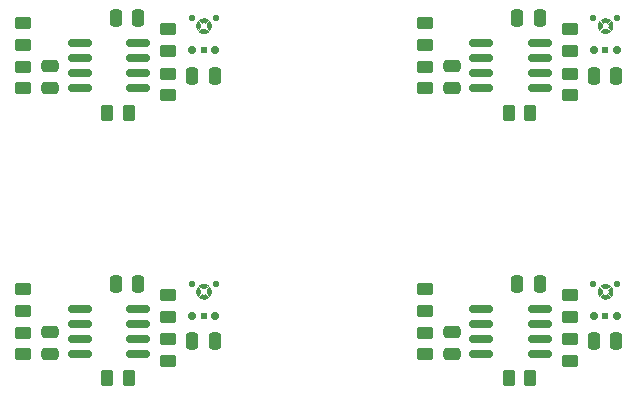
<source format=gbr>
%TF.GenerationSoftware,KiCad,Pcbnew,8.0.8-8.0.8-0~ubuntu24.04.1*%
%TF.CreationDate,2025-02-18T11:40:40+01:00*%
%TF.ProjectId,SPU0410LR5H_panel,53505530-3431-4304-9c52-35485f70616e,rev?*%
%TF.SameCoordinates,Original*%
%TF.FileFunction,Paste,Top*%
%TF.FilePolarity,Positive*%
%FSLAX46Y46*%
G04 Gerber Fmt 4.6, Leading zero omitted, Abs format (unit mm)*
G04 Created by KiCad (PCBNEW 8.0.8-8.0.8-0~ubuntu24.04.1) date 2025-02-18 11:40:40*
%MOMM*%
%LPD*%
G01*
G04 APERTURE LIST*
G04 Aperture macros list*
%AMRoundRect*
0 Rectangle with rounded corners*
0 $1 Rounding radius*
0 $2 $3 $4 $5 $6 $7 $8 $9 X,Y pos of 4 corners*
0 Add a 4 corners polygon primitive as box body*
4,1,4,$2,$3,$4,$5,$6,$7,$8,$9,$2,$3,0*
0 Add four circle primitives for the rounded corners*
1,1,$1+$1,$2,$3*
1,1,$1+$1,$4,$5*
1,1,$1+$1,$6,$7*
1,1,$1+$1,$8,$9*
0 Add four rect primitives between the rounded corners*
20,1,$1+$1,$2,$3,$4,$5,0*
20,1,$1+$1,$4,$5,$6,$7,0*
20,1,$1+$1,$6,$7,$8,$9,0*
20,1,$1+$1,$8,$9,$2,$3,0*%
G04 Aperture macros list end*
%ADD10C,0.001000*%
%ADD11RoundRect,0.250000X0.450000X-0.262500X0.450000X0.262500X-0.450000X0.262500X-0.450000X-0.262500X0*%
%ADD12RoundRect,0.250000X-0.262500X-0.450000X0.262500X-0.450000X0.262500X0.450000X-0.262500X0.450000X0*%
%ADD13RoundRect,0.250000X-0.450000X0.262500X-0.450000X-0.262500X0.450000X-0.262500X0.450000X0.262500X0*%
%ADD14RoundRect,0.250000X-0.250000X-0.475000X0.250000X-0.475000X0.250000X0.475000X-0.250000X0.475000X0*%
%ADD15RoundRect,0.250000X0.475000X-0.250000X0.475000X0.250000X-0.475000X0.250000X-0.475000X-0.250000X0*%
%ADD16RoundRect,0.250000X0.250000X0.475000X-0.250000X0.475000X-0.250000X-0.475000X0.250000X-0.475000X0*%
%ADD17C,0.723000*%
%ADD18C,0.562000*%
%ADD19C,0.612000*%
%ADD20RoundRect,0.150000X-0.825000X-0.150000X0.825000X-0.150000X0.825000X0.150000X-0.825000X0.150000X0*%
G04 APERTURE END LIST*
D10*
%TO.C,U2*%
X97038000Y-45249000D02*
X97032000Y-45259000D01*
X97027000Y-45268000D01*
X97022000Y-45278000D01*
X97017000Y-45288000D01*
X97013000Y-45298000D01*
X97009000Y-45309000D01*
X97006000Y-45319000D01*
X97003000Y-45330000D01*
X97000000Y-45340000D01*
X96998000Y-45351000D01*
X96996000Y-45362000D01*
X96995000Y-45373000D01*
X96994000Y-45384000D01*
X96993000Y-45395000D01*
X96993000Y-45405000D01*
X96993000Y-45416000D01*
X96994000Y-45427000D01*
X96995000Y-45438000D01*
X96996000Y-45449000D01*
X96998000Y-45460000D01*
X97000000Y-45471000D01*
X97003000Y-45481000D01*
X97006000Y-45492000D01*
X97009000Y-45502000D01*
X97013000Y-45513000D01*
X97017000Y-45523000D01*
X97022000Y-45533000D01*
X97027000Y-45543000D01*
X97032000Y-45552000D01*
X97038000Y-45562000D01*
X96820000Y-45780000D01*
X96819875Y-45779559D01*
X96806000Y-45762000D01*
X96791000Y-45740000D01*
X96776000Y-45717000D01*
X96763000Y-45693000D01*
X96750000Y-45669000D01*
X96739000Y-45644000D01*
X96728000Y-45619000D01*
X96719000Y-45593000D01*
X96711000Y-45567000D01*
X96705000Y-45541000D01*
X96699000Y-45514000D01*
X96695000Y-45487000D01*
X96692000Y-45460000D01*
X96690000Y-45433000D01*
X96689000Y-45405000D01*
X96690000Y-45378000D01*
X96692000Y-45351000D01*
X96695000Y-45324000D01*
X96699000Y-45297000D01*
X96705000Y-45270000D01*
X96711000Y-45244000D01*
X96719000Y-45218000D01*
X96728000Y-45192000D01*
X96739000Y-45167000D01*
X96750000Y-45142000D01*
X96763000Y-45118000D01*
X96776000Y-45094000D01*
X96791000Y-45071000D01*
X96806000Y-45049000D01*
X96820000Y-45031000D01*
X97038000Y-45249000D01*
G36*
X97038000Y-45249000D02*
G01*
X97032000Y-45259000D01*
X97027000Y-45268000D01*
X97022000Y-45278000D01*
X97017000Y-45288000D01*
X97013000Y-45298000D01*
X97009000Y-45309000D01*
X97006000Y-45319000D01*
X97003000Y-45330000D01*
X97000000Y-45340000D01*
X96998000Y-45351000D01*
X96996000Y-45362000D01*
X96995000Y-45373000D01*
X96994000Y-45384000D01*
X96993000Y-45395000D01*
X96993000Y-45405000D01*
X96993000Y-45416000D01*
X96994000Y-45427000D01*
X96995000Y-45438000D01*
X96996000Y-45449000D01*
X96998000Y-45460000D01*
X97000000Y-45471000D01*
X97003000Y-45481000D01*
X97006000Y-45492000D01*
X97009000Y-45502000D01*
X97013000Y-45513000D01*
X97017000Y-45523000D01*
X97022000Y-45533000D01*
X97027000Y-45543000D01*
X97032000Y-45552000D01*
X97038000Y-45562000D01*
X96820000Y-45780000D01*
X96819875Y-45779559D01*
X96806000Y-45762000D01*
X96791000Y-45740000D01*
X96776000Y-45717000D01*
X96763000Y-45693000D01*
X96750000Y-45669000D01*
X96739000Y-45644000D01*
X96728000Y-45619000D01*
X96719000Y-45593000D01*
X96711000Y-45567000D01*
X96705000Y-45541000D01*
X96699000Y-45514000D01*
X96695000Y-45487000D01*
X96692000Y-45460000D01*
X96690000Y-45433000D01*
X96689000Y-45405000D01*
X96690000Y-45378000D01*
X96692000Y-45351000D01*
X96695000Y-45324000D01*
X96699000Y-45297000D01*
X96705000Y-45270000D01*
X96711000Y-45244000D01*
X96719000Y-45218000D01*
X96728000Y-45192000D01*
X96739000Y-45167000D01*
X96750000Y-45142000D01*
X96763000Y-45118000D01*
X96776000Y-45094000D01*
X96791000Y-45071000D01*
X96806000Y-45049000D01*
X96820000Y-45031000D01*
X97038000Y-45249000D01*
G37*
X97332000Y-44796000D02*
X97359000Y-44798000D01*
X97386000Y-44801000D01*
X97412000Y-44805000D01*
X97439000Y-44811000D01*
X97465000Y-44818000D01*
X97490000Y-44826000D01*
X97516000Y-44835000D01*
X97541000Y-44845000D01*
X97565000Y-44856000D01*
X97589000Y-44869000D01*
X97612000Y-44882000D01*
X97635000Y-44897000D01*
X97657000Y-44912000D01*
X97674000Y-44925000D01*
X97456000Y-45143000D01*
X97447000Y-45138000D01*
X97437000Y-45132000D01*
X97427000Y-45127000D01*
X97417000Y-45123000D01*
X97407000Y-45119000D01*
X97397000Y-45115000D01*
X97387000Y-45111000D01*
X97376000Y-45108000D01*
X97365000Y-45106000D01*
X97355000Y-45103000D01*
X97344000Y-45102000D01*
X97333000Y-45100000D01*
X97322000Y-45099000D01*
X97311000Y-45099000D01*
X97300000Y-45098000D01*
X97289000Y-45099000D01*
X97278000Y-45099000D01*
X97267000Y-45100000D01*
X97256000Y-45102000D01*
X97245000Y-45103000D01*
X97235000Y-45106000D01*
X97224000Y-45108000D01*
X97213000Y-45111000D01*
X97203000Y-45115000D01*
X97193000Y-45119000D01*
X97183000Y-45123000D01*
X97173000Y-45127000D01*
X97163000Y-45132000D01*
X97153000Y-45138000D01*
X97144000Y-45143000D01*
X96926187Y-44925187D01*
X96952000Y-44906000D01*
X96974000Y-44891000D01*
X96997000Y-44877000D01*
X97020000Y-44864000D01*
X97044000Y-44852000D01*
X97069000Y-44841000D01*
X97094000Y-44831000D01*
X97120000Y-44822000D01*
X97145000Y-44815000D01*
X97172000Y-44809000D01*
X97198000Y-44803000D01*
X97225000Y-44799000D01*
X97251000Y-44797000D01*
X97278000Y-44795000D01*
X97305000Y-44795000D01*
X97332000Y-44796000D01*
G36*
X97332000Y-44796000D02*
G01*
X97359000Y-44798000D01*
X97386000Y-44801000D01*
X97412000Y-44805000D01*
X97439000Y-44811000D01*
X97465000Y-44818000D01*
X97490000Y-44826000D01*
X97516000Y-44835000D01*
X97541000Y-44845000D01*
X97565000Y-44856000D01*
X97589000Y-44869000D01*
X97612000Y-44882000D01*
X97635000Y-44897000D01*
X97657000Y-44912000D01*
X97674000Y-44925000D01*
X97456000Y-45143000D01*
X97447000Y-45138000D01*
X97437000Y-45132000D01*
X97427000Y-45127000D01*
X97417000Y-45123000D01*
X97407000Y-45119000D01*
X97397000Y-45115000D01*
X97387000Y-45111000D01*
X97376000Y-45108000D01*
X97365000Y-45106000D01*
X97355000Y-45103000D01*
X97344000Y-45102000D01*
X97333000Y-45100000D01*
X97322000Y-45099000D01*
X97311000Y-45099000D01*
X97300000Y-45098000D01*
X97289000Y-45099000D01*
X97278000Y-45099000D01*
X97267000Y-45100000D01*
X97256000Y-45102000D01*
X97245000Y-45103000D01*
X97235000Y-45106000D01*
X97224000Y-45108000D01*
X97213000Y-45111000D01*
X97203000Y-45115000D01*
X97193000Y-45119000D01*
X97183000Y-45123000D01*
X97173000Y-45127000D01*
X97163000Y-45132000D01*
X97153000Y-45138000D01*
X97144000Y-45143000D01*
X96926187Y-44925187D01*
X96952000Y-44906000D01*
X96974000Y-44891000D01*
X96997000Y-44877000D01*
X97020000Y-44864000D01*
X97044000Y-44852000D01*
X97069000Y-44841000D01*
X97094000Y-44831000D01*
X97120000Y-44822000D01*
X97145000Y-44815000D01*
X97172000Y-44809000D01*
X97198000Y-44803000D01*
X97225000Y-44799000D01*
X97251000Y-44797000D01*
X97278000Y-44795000D01*
X97305000Y-44795000D01*
X97332000Y-44796000D01*
G37*
X96926187Y-44925187D02*
X96925941Y-44925370D01*
X96926000Y-44925000D01*
X96926187Y-44925187D01*
G36*
X96926187Y-44925187D02*
G01*
X96925941Y-44925370D01*
X96926000Y-44925000D01*
X96926187Y-44925187D01*
G37*
X97673815Y-45885815D02*
X97657000Y-45899000D01*
X97635000Y-45914000D01*
X97612000Y-45929000D01*
X97589000Y-45942000D01*
X97565000Y-45955000D01*
X97541000Y-45966000D01*
X97516000Y-45976000D01*
X97490000Y-45985000D01*
X97465000Y-45993000D01*
X97439000Y-46000000D01*
X97412000Y-46006000D01*
X97386000Y-46010000D01*
X97359000Y-46013000D01*
X97332000Y-46015000D01*
X97305000Y-46016000D01*
X97278000Y-46016000D01*
X97251000Y-46014000D01*
X97225000Y-46012000D01*
X97198000Y-46008000D01*
X97172000Y-46002000D01*
X97145000Y-45996000D01*
X97120000Y-45989000D01*
X97094000Y-45980000D01*
X97069000Y-45970000D01*
X97044000Y-45959000D01*
X97020000Y-45947000D01*
X96997000Y-45934000D01*
X96974000Y-45920000D01*
X96952000Y-45905000D01*
X96926000Y-45886000D01*
X97144000Y-45668000D01*
X97153000Y-45673000D01*
X97163000Y-45679000D01*
X97173000Y-45684000D01*
X97183000Y-45688000D01*
X97193000Y-45692000D01*
X97203000Y-45696000D01*
X97213000Y-45700000D01*
X97224000Y-45703000D01*
X97235000Y-45705000D01*
X97245000Y-45708000D01*
X97256000Y-45709000D01*
X97267000Y-45711000D01*
X97278000Y-45712000D01*
X97289000Y-45712000D01*
X97300000Y-45713000D01*
X97311000Y-45712000D01*
X97322000Y-45712000D01*
X97333000Y-45711000D01*
X97344000Y-45709000D01*
X97355000Y-45708000D01*
X97365000Y-45705000D01*
X97376000Y-45703000D01*
X97387000Y-45700000D01*
X97397000Y-45696000D01*
X97407000Y-45692000D01*
X97417000Y-45688000D01*
X97427000Y-45684000D01*
X97437000Y-45679000D01*
X97447000Y-45673000D01*
X97456000Y-45668000D01*
X97673815Y-45885815D01*
G36*
X97673815Y-45885815D02*
G01*
X97657000Y-45899000D01*
X97635000Y-45914000D01*
X97612000Y-45929000D01*
X97589000Y-45942000D01*
X97565000Y-45955000D01*
X97541000Y-45966000D01*
X97516000Y-45976000D01*
X97490000Y-45985000D01*
X97465000Y-45993000D01*
X97439000Y-46000000D01*
X97412000Y-46006000D01*
X97386000Y-46010000D01*
X97359000Y-46013000D01*
X97332000Y-46015000D01*
X97305000Y-46016000D01*
X97278000Y-46016000D01*
X97251000Y-46014000D01*
X97225000Y-46012000D01*
X97198000Y-46008000D01*
X97172000Y-46002000D01*
X97145000Y-45996000D01*
X97120000Y-45989000D01*
X97094000Y-45980000D01*
X97069000Y-45970000D01*
X97044000Y-45959000D01*
X97020000Y-45947000D01*
X96997000Y-45934000D01*
X96974000Y-45920000D01*
X96952000Y-45905000D01*
X96926000Y-45886000D01*
X97144000Y-45668000D01*
X97153000Y-45673000D01*
X97163000Y-45679000D01*
X97173000Y-45684000D01*
X97183000Y-45688000D01*
X97193000Y-45692000D01*
X97203000Y-45696000D01*
X97213000Y-45700000D01*
X97224000Y-45703000D01*
X97235000Y-45705000D01*
X97245000Y-45708000D01*
X97256000Y-45709000D01*
X97267000Y-45711000D01*
X97278000Y-45712000D01*
X97289000Y-45712000D01*
X97300000Y-45713000D01*
X97311000Y-45712000D01*
X97322000Y-45712000D01*
X97333000Y-45711000D01*
X97344000Y-45709000D01*
X97355000Y-45708000D01*
X97365000Y-45705000D01*
X97376000Y-45703000D01*
X97387000Y-45700000D01*
X97397000Y-45696000D01*
X97407000Y-45692000D01*
X97417000Y-45688000D01*
X97427000Y-45684000D01*
X97437000Y-45679000D01*
X97447000Y-45673000D01*
X97456000Y-45668000D01*
X97673815Y-45885815D01*
G37*
X97674000Y-45886000D02*
X97673815Y-45885815D01*
X97674059Y-45885625D01*
X97674000Y-45886000D01*
G36*
X97674000Y-45886000D02*
G01*
X97673815Y-45885815D01*
X97674059Y-45885625D01*
X97674000Y-45886000D01*
G37*
X97780125Y-45031440D02*
X97799000Y-45057000D01*
X97814000Y-45079000D01*
X97828000Y-45101000D01*
X97841000Y-45125000D01*
X97853000Y-45148000D01*
X97864000Y-45173000D01*
X97874000Y-45197000D01*
X97882000Y-45222000D01*
X97890000Y-45248000D01*
X97896000Y-45274000D01*
X97901000Y-45300000D01*
X97905000Y-45326000D01*
X97908000Y-45352000D01*
X97910000Y-45379000D01*
X97911000Y-45405000D01*
X97910000Y-45432000D01*
X97908000Y-45459000D01*
X97905000Y-45485000D01*
X97901000Y-45511000D01*
X97896000Y-45537000D01*
X97890000Y-45563000D01*
X97882000Y-45589000D01*
X97874000Y-45614000D01*
X97864000Y-45638000D01*
X97853000Y-45663000D01*
X97841000Y-45686000D01*
X97828000Y-45710000D01*
X97814000Y-45732000D01*
X97799000Y-45754000D01*
X97780000Y-45780000D01*
X97562000Y-45562000D01*
X97568000Y-45552000D01*
X97573000Y-45543000D01*
X97578000Y-45533000D01*
X97583000Y-45523000D01*
X97587000Y-45513000D01*
X97591000Y-45502000D01*
X97594000Y-45492000D01*
X97597000Y-45481000D01*
X97600000Y-45471000D01*
X97602000Y-45460000D01*
X97604000Y-45449000D01*
X97605000Y-45438000D01*
X97606000Y-45427000D01*
X97607000Y-45416000D01*
X97607000Y-45405000D01*
X97607000Y-45395000D01*
X97606000Y-45384000D01*
X97605000Y-45373000D01*
X97604000Y-45362000D01*
X97602000Y-45351000D01*
X97600000Y-45340000D01*
X97597000Y-45330000D01*
X97594000Y-45319000D01*
X97591000Y-45309000D01*
X97587000Y-45298000D01*
X97583000Y-45288000D01*
X97578000Y-45278000D01*
X97573000Y-45268000D01*
X97568000Y-45259000D01*
X97562000Y-45249000D01*
X97780000Y-45031000D01*
X97780125Y-45031440D01*
G36*
X97780125Y-45031440D02*
G01*
X97799000Y-45057000D01*
X97814000Y-45079000D01*
X97828000Y-45101000D01*
X97841000Y-45125000D01*
X97853000Y-45148000D01*
X97864000Y-45173000D01*
X97874000Y-45197000D01*
X97882000Y-45222000D01*
X97890000Y-45248000D01*
X97896000Y-45274000D01*
X97901000Y-45300000D01*
X97905000Y-45326000D01*
X97908000Y-45352000D01*
X97910000Y-45379000D01*
X97911000Y-45405000D01*
X97910000Y-45432000D01*
X97908000Y-45459000D01*
X97905000Y-45485000D01*
X97901000Y-45511000D01*
X97896000Y-45537000D01*
X97890000Y-45563000D01*
X97882000Y-45589000D01*
X97874000Y-45614000D01*
X97864000Y-45638000D01*
X97853000Y-45663000D01*
X97841000Y-45686000D01*
X97828000Y-45710000D01*
X97814000Y-45732000D01*
X97799000Y-45754000D01*
X97780000Y-45780000D01*
X97562000Y-45562000D01*
X97568000Y-45552000D01*
X97573000Y-45543000D01*
X97578000Y-45533000D01*
X97583000Y-45523000D01*
X97587000Y-45513000D01*
X97591000Y-45502000D01*
X97594000Y-45492000D01*
X97597000Y-45481000D01*
X97600000Y-45471000D01*
X97602000Y-45460000D01*
X97604000Y-45449000D01*
X97605000Y-45438000D01*
X97606000Y-45427000D01*
X97607000Y-45416000D01*
X97607000Y-45405000D01*
X97607000Y-45395000D01*
X97606000Y-45384000D01*
X97605000Y-45373000D01*
X97604000Y-45362000D01*
X97602000Y-45351000D01*
X97600000Y-45340000D01*
X97597000Y-45330000D01*
X97594000Y-45319000D01*
X97591000Y-45309000D01*
X97587000Y-45298000D01*
X97583000Y-45288000D01*
X97578000Y-45278000D01*
X97573000Y-45268000D01*
X97568000Y-45259000D01*
X97562000Y-45249000D01*
X97780000Y-45031000D01*
X97780125Y-45031440D01*
G37*
X97038000Y-22749000D02*
X97032000Y-22759000D01*
X97027000Y-22768000D01*
X97022000Y-22778000D01*
X97017000Y-22788000D01*
X97013000Y-22798000D01*
X97009000Y-22809000D01*
X97006000Y-22819000D01*
X97003000Y-22830000D01*
X97000000Y-22840000D01*
X96998000Y-22851000D01*
X96996000Y-22862000D01*
X96995000Y-22873000D01*
X96994000Y-22884000D01*
X96993000Y-22895000D01*
X96993000Y-22905000D01*
X96993000Y-22916000D01*
X96994000Y-22927000D01*
X96995000Y-22938000D01*
X96996000Y-22949000D01*
X96998000Y-22960000D01*
X97000000Y-22971000D01*
X97003000Y-22981000D01*
X97006000Y-22992000D01*
X97009000Y-23002000D01*
X97013000Y-23013000D01*
X97017000Y-23023000D01*
X97022000Y-23033000D01*
X97027000Y-23043000D01*
X97032000Y-23052000D01*
X97038000Y-23062000D01*
X96820000Y-23280000D01*
X96819875Y-23279559D01*
X96806000Y-23262000D01*
X96791000Y-23240000D01*
X96776000Y-23217000D01*
X96763000Y-23193000D01*
X96750000Y-23169000D01*
X96739000Y-23144000D01*
X96728000Y-23119000D01*
X96719000Y-23093000D01*
X96711000Y-23067000D01*
X96705000Y-23041000D01*
X96699000Y-23014000D01*
X96695000Y-22987000D01*
X96692000Y-22960000D01*
X96690000Y-22933000D01*
X96689000Y-22905000D01*
X96690000Y-22878000D01*
X96692000Y-22851000D01*
X96695000Y-22824000D01*
X96699000Y-22797000D01*
X96705000Y-22770000D01*
X96711000Y-22744000D01*
X96719000Y-22718000D01*
X96728000Y-22692000D01*
X96739000Y-22667000D01*
X96750000Y-22642000D01*
X96763000Y-22618000D01*
X96776000Y-22594000D01*
X96791000Y-22571000D01*
X96806000Y-22549000D01*
X96820000Y-22531000D01*
X97038000Y-22749000D01*
G36*
X97038000Y-22749000D02*
G01*
X97032000Y-22759000D01*
X97027000Y-22768000D01*
X97022000Y-22778000D01*
X97017000Y-22788000D01*
X97013000Y-22798000D01*
X97009000Y-22809000D01*
X97006000Y-22819000D01*
X97003000Y-22830000D01*
X97000000Y-22840000D01*
X96998000Y-22851000D01*
X96996000Y-22862000D01*
X96995000Y-22873000D01*
X96994000Y-22884000D01*
X96993000Y-22895000D01*
X96993000Y-22905000D01*
X96993000Y-22916000D01*
X96994000Y-22927000D01*
X96995000Y-22938000D01*
X96996000Y-22949000D01*
X96998000Y-22960000D01*
X97000000Y-22971000D01*
X97003000Y-22981000D01*
X97006000Y-22992000D01*
X97009000Y-23002000D01*
X97013000Y-23013000D01*
X97017000Y-23023000D01*
X97022000Y-23033000D01*
X97027000Y-23043000D01*
X97032000Y-23052000D01*
X97038000Y-23062000D01*
X96820000Y-23280000D01*
X96819875Y-23279559D01*
X96806000Y-23262000D01*
X96791000Y-23240000D01*
X96776000Y-23217000D01*
X96763000Y-23193000D01*
X96750000Y-23169000D01*
X96739000Y-23144000D01*
X96728000Y-23119000D01*
X96719000Y-23093000D01*
X96711000Y-23067000D01*
X96705000Y-23041000D01*
X96699000Y-23014000D01*
X96695000Y-22987000D01*
X96692000Y-22960000D01*
X96690000Y-22933000D01*
X96689000Y-22905000D01*
X96690000Y-22878000D01*
X96692000Y-22851000D01*
X96695000Y-22824000D01*
X96699000Y-22797000D01*
X96705000Y-22770000D01*
X96711000Y-22744000D01*
X96719000Y-22718000D01*
X96728000Y-22692000D01*
X96739000Y-22667000D01*
X96750000Y-22642000D01*
X96763000Y-22618000D01*
X96776000Y-22594000D01*
X96791000Y-22571000D01*
X96806000Y-22549000D01*
X96820000Y-22531000D01*
X97038000Y-22749000D01*
G37*
X97332000Y-22296000D02*
X97359000Y-22298000D01*
X97386000Y-22301000D01*
X97412000Y-22305000D01*
X97439000Y-22311000D01*
X97465000Y-22318000D01*
X97490000Y-22326000D01*
X97516000Y-22335000D01*
X97541000Y-22345000D01*
X97565000Y-22356000D01*
X97589000Y-22369000D01*
X97612000Y-22382000D01*
X97635000Y-22397000D01*
X97657000Y-22412000D01*
X97674000Y-22425000D01*
X97456000Y-22643000D01*
X97447000Y-22638000D01*
X97437000Y-22632000D01*
X97427000Y-22627000D01*
X97417000Y-22623000D01*
X97407000Y-22619000D01*
X97397000Y-22615000D01*
X97387000Y-22611000D01*
X97376000Y-22608000D01*
X97365000Y-22606000D01*
X97355000Y-22603000D01*
X97344000Y-22602000D01*
X97333000Y-22600000D01*
X97322000Y-22599000D01*
X97311000Y-22599000D01*
X97300000Y-22598000D01*
X97289000Y-22599000D01*
X97278000Y-22599000D01*
X97267000Y-22600000D01*
X97256000Y-22602000D01*
X97245000Y-22603000D01*
X97235000Y-22606000D01*
X97224000Y-22608000D01*
X97213000Y-22611000D01*
X97203000Y-22615000D01*
X97193000Y-22619000D01*
X97183000Y-22623000D01*
X97173000Y-22627000D01*
X97163000Y-22632000D01*
X97153000Y-22638000D01*
X97144000Y-22643000D01*
X96926187Y-22425187D01*
X96952000Y-22406000D01*
X96974000Y-22391000D01*
X96997000Y-22377000D01*
X97020000Y-22364000D01*
X97044000Y-22352000D01*
X97069000Y-22341000D01*
X97094000Y-22331000D01*
X97120000Y-22322000D01*
X97145000Y-22315000D01*
X97172000Y-22309000D01*
X97198000Y-22303000D01*
X97225000Y-22299000D01*
X97251000Y-22297000D01*
X97278000Y-22295000D01*
X97305000Y-22295000D01*
X97332000Y-22296000D01*
G36*
X97332000Y-22296000D02*
G01*
X97359000Y-22298000D01*
X97386000Y-22301000D01*
X97412000Y-22305000D01*
X97439000Y-22311000D01*
X97465000Y-22318000D01*
X97490000Y-22326000D01*
X97516000Y-22335000D01*
X97541000Y-22345000D01*
X97565000Y-22356000D01*
X97589000Y-22369000D01*
X97612000Y-22382000D01*
X97635000Y-22397000D01*
X97657000Y-22412000D01*
X97674000Y-22425000D01*
X97456000Y-22643000D01*
X97447000Y-22638000D01*
X97437000Y-22632000D01*
X97427000Y-22627000D01*
X97417000Y-22623000D01*
X97407000Y-22619000D01*
X97397000Y-22615000D01*
X97387000Y-22611000D01*
X97376000Y-22608000D01*
X97365000Y-22606000D01*
X97355000Y-22603000D01*
X97344000Y-22602000D01*
X97333000Y-22600000D01*
X97322000Y-22599000D01*
X97311000Y-22599000D01*
X97300000Y-22598000D01*
X97289000Y-22599000D01*
X97278000Y-22599000D01*
X97267000Y-22600000D01*
X97256000Y-22602000D01*
X97245000Y-22603000D01*
X97235000Y-22606000D01*
X97224000Y-22608000D01*
X97213000Y-22611000D01*
X97203000Y-22615000D01*
X97193000Y-22619000D01*
X97183000Y-22623000D01*
X97173000Y-22627000D01*
X97163000Y-22632000D01*
X97153000Y-22638000D01*
X97144000Y-22643000D01*
X96926187Y-22425187D01*
X96952000Y-22406000D01*
X96974000Y-22391000D01*
X96997000Y-22377000D01*
X97020000Y-22364000D01*
X97044000Y-22352000D01*
X97069000Y-22341000D01*
X97094000Y-22331000D01*
X97120000Y-22322000D01*
X97145000Y-22315000D01*
X97172000Y-22309000D01*
X97198000Y-22303000D01*
X97225000Y-22299000D01*
X97251000Y-22297000D01*
X97278000Y-22295000D01*
X97305000Y-22295000D01*
X97332000Y-22296000D01*
G37*
X96926187Y-22425187D02*
X96925941Y-22425370D01*
X96926000Y-22425000D01*
X96926187Y-22425187D01*
G36*
X96926187Y-22425187D02*
G01*
X96925941Y-22425370D01*
X96926000Y-22425000D01*
X96926187Y-22425187D01*
G37*
X97673815Y-23385815D02*
X97657000Y-23399000D01*
X97635000Y-23414000D01*
X97612000Y-23429000D01*
X97589000Y-23442000D01*
X97565000Y-23455000D01*
X97541000Y-23466000D01*
X97516000Y-23476000D01*
X97490000Y-23485000D01*
X97465000Y-23493000D01*
X97439000Y-23500000D01*
X97412000Y-23506000D01*
X97386000Y-23510000D01*
X97359000Y-23513000D01*
X97332000Y-23515000D01*
X97305000Y-23516000D01*
X97278000Y-23516000D01*
X97251000Y-23514000D01*
X97225000Y-23512000D01*
X97198000Y-23508000D01*
X97172000Y-23502000D01*
X97145000Y-23496000D01*
X97120000Y-23489000D01*
X97094000Y-23480000D01*
X97069000Y-23470000D01*
X97044000Y-23459000D01*
X97020000Y-23447000D01*
X96997000Y-23434000D01*
X96974000Y-23420000D01*
X96952000Y-23405000D01*
X96926000Y-23386000D01*
X97144000Y-23168000D01*
X97153000Y-23173000D01*
X97163000Y-23179000D01*
X97173000Y-23184000D01*
X97183000Y-23188000D01*
X97193000Y-23192000D01*
X97203000Y-23196000D01*
X97213000Y-23200000D01*
X97224000Y-23203000D01*
X97235000Y-23205000D01*
X97245000Y-23208000D01*
X97256000Y-23209000D01*
X97267000Y-23211000D01*
X97278000Y-23212000D01*
X97289000Y-23212000D01*
X97300000Y-23213000D01*
X97311000Y-23212000D01*
X97322000Y-23212000D01*
X97333000Y-23211000D01*
X97344000Y-23209000D01*
X97355000Y-23208000D01*
X97365000Y-23205000D01*
X97376000Y-23203000D01*
X97387000Y-23200000D01*
X97397000Y-23196000D01*
X97407000Y-23192000D01*
X97417000Y-23188000D01*
X97427000Y-23184000D01*
X97437000Y-23179000D01*
X97447000Y-23173000D01*
X97456000Y-23168000D01*
X97673815Y-23385815D01*
G36*
X97673815Y-23385815D02*
G01*
X97657000Y-23399000D01*
X97635000Y-23414000D01*
X97612000Y-23429000D01*
X97589000Y-23442000D01*
X97565000Y-23455000D01*
X97541000Y-23466000D01*
X97516000Y-23476000D01*
X97490000Y-23485000D01*
X97465000Y-23493000D01*
X97439000Y-23500000D01*
X97412000Y-23506000D01*
X97386000Y-23510000D01*
X97359000Y-23513000D01*
X97332000Y-23515000D01*
X97305000Y-23516000D01*
X97278000Y-23516000D01*
X97251000Y-23514000D01*
X97225000Y-23512000D01*
X97198000Y-23508000D01*
X97172000Y-23502000D01*
X97145000Y-23496000D01*
X97120000Y-23489000D01*
X97094000Y-23480000D01*
X97069000Y-23470000D01*
X97044000Y-23459000D01*
X97020000Y-23447000D01*
X96997000Y-23434000D01*
X96974000Y-23420000D01*
X96952000Y-23405000D01*
X96926000Y-23386000D01*
X97144000Y-23168000D01*
X97153000Y-23173000D01*
X97163000Y-23179000D01*
X97173000Y-23184000D01*
X97183000Y-23188000D01*
X97193000Y-23192000D01*
X97203000Y-23196000D01*
X97213000Y-23200000D01*
X97224000Y-23203000D01*
X97235000Y-23205000D01*
X97245000Y-23208000D01*
X97256000Y-23209000D01*
X97267000Y-23211000D01*
X97278000Y-23212000D01*
X97289000Y-23212000D01*
X97300000Y-23213000D01*
X97311000Y-23212000D01*
X97322000Y-23212000D01*
X97333000Y-23211000D01*
X97344000Y-23209000D01*
X97355000Y-23208000D01*
X97365000Y-23205000D01*
X97376000Y-23203000D01*
X97387000Y-23200000D01*
X97397000Y-23196000D01*
X97407000Y-23192000D01*
X97417000Y-23188000D01*
X97427000Y-23184000D01*
X97437000Y-23179000D01*
X97447000Y-23173000D01*
X97456000Y-23168000D01*
X97673815Y-23385815D01*
G37*
X97674000Y-23386000D02*
X97673815Y-23385815D01*
X97674059Y-23385625D01*
X97674000Y-23386000D01*
G36*
X97674000Y-23386000D02*
G01*
X97673815Y-23385815D01*
X97674059Y-23385625D01*
X97674000Y-23386000D01*
G37*
X97780125Y-22531440D02*
X97799000Y-22557000D01*
X97814000Y-22579000D01*
X97828000Y-22601000D01*
X97841000Y-22625000D01*
X97853000Y-22648000D01*
X97864000Y-22673000D01*
X97874000Y-22697000D01*
X97882000Y-22722000D01*
X97890000Y-22748000D01*
X97896000Y-22774000D01*
X97901000Y-22800000D01*
X97905000Y-22826000D01*
X97908000Y-22852000D01*
X97910000Y-22879000D01*
X97911000Y-22905000D01*
X97910000Y-22932000D01*
X97908000Y-22959000D01*
X97905000Y-22985000D01*
X97901000Y-23011000D01*
X97896000Y-23037000D01*
X97890000Y-23063000D01*
X97882000Y-23089000D01*
X97874000Y-23114000D01*
X97864000Y-23138000D01*
X97853000Y-23163000D01*
X97841000Y-23186000D01*
X97828000Y-23210000D01*
X97814000Y-23232000D01*
X97799000Y-23254000D01*
X97780000Y-23280000D01*
X97562000Y-23062000D01*
X97568000Y-23052000D01*
X97573000Y-23043000D01*
X97578000Y-23033000D01*
X97583000Y-23023000D01*
X97587000Y-23013000D01*
X97591000Y-23002000D01*
X97594000Y-22992000D01*
X97597000Y-22981000D01*
X97600000Y-22971000D01*
X97602000Y-22960000D01*
X97604000Y-22949000D01*
X97605000Y-22938000D01*
X97606000Y-22927000D01*
X97607000Y-22916000D01*
X97607000Y-22905000D01*
X97607000Y-22895000D01*
X97606000Y-22884000D01*
X97605000Y-22873000D01*
X97604000Y-22862000D01*
X97602000Y-22851000D01*
X97600000Y-22840000D01*
X97597000Y-22830000D01*
X97594000Y-22819000D01*
X97591000Y-22809000D01*
X97587000Y-22798000D01*
X97583000Y-22788000D01*
X97578000Y-22778000D01*
X97573000Y-22768000D01*
X97568000Y-22759000D01*
X97562000Y-22749000D01*
X97780000Y-22531000D01*
X97780125Y-22531440D01*
G36*
X97780125Y-22531440D02*
G01*
X97799000Y-22557000D01*
X97814000Y-22579000D01*
X97828000Y-22601000D01*
X97841000Y-22625000D01*
X97853000Y-22648000D01*
X97864000Y-22673000D01*
X97874000Y-22697000D01*
X97882000Y-22722000D01*
X97890000Y-22748000D01*
X97896000Y-22774000D01*
X97901000Y-22800000D01*
X97905000Y-22826000D01*
X97908000Y-22852000D01*
X97910000Y-22879000D01*
X97911000Y-22905000D01*
X97910000Y-22932000D01*
X97908000Y-22959000D01*
X97905000Y-22985000D01*
X97901000Y-23011000D01*
X97896000Y-23037000D01*
X97890000Y-23063000D01*
X97882000Y-23089000D01*
X97874000Y-23114000D01*
X97864000Y-23138000D01*
X97853000Y-23163000D01*
X97841000Y-23186000D01*
X97828000Y-23210000D01*
X97814000Y-23232000D01*
X97799000Y-23254000D01*
X97780000Y-23280000D01*
X97562000Y-23062000D01*
X97568000Y-23052000D01*
X97573000Y-23043000D01*
X97578000Y-23033000D01*
X97583000Y-23023000D01*
X97587000Y-23013000D01*
X97591000Y-23002000D01*
X97594000Y-22992000D01*
X97597000Y-22981000D01*
X97600000Y-22971000D01*
X97602000Y-22960000D01*
X97604000Y-22949000D01*
X97605000Y-22938000D01*
X97606000Y-22927000D01*
X97607000Y-22916000D01*
X97607000Y-22905000D01*
X97607000Y-22895000D01*
X97606000Y-22884000D01*
X97605000Y-22873000D01*
X97604000Y-22862000D01*
X97602000Y-22851000D01*
X97600000Y-22840000D01*
X97597000Y-22830000D01*
X97594000Y-22819000D01*
X97591000Y-22809000D01*
X97587000Y-22798000D01*
X97583000Y-22788000D01*
X97578000Y-22778000D01*
X97573000Y-22768000D01*
X97568000Y-22759000D01*
X97562000Y-22749000D01*
X97780000Y-22531000D01*
X97780125Y-22531440D01*
G37*
X131038000Y-22749000D02*
X131032000Y-22759000D01*
X131027000Y-22768000D01*
X131022000Y-22778000D01*
X131017000Y-22788000D01*
X131013000Y-22798000D01*
X131009000Y-22809000D01*
X131006000Y-22819000D01*
X131003000Y-22830000D01*
X131000000Y-22840000D01*
X130998000Y-22851000D01*
X130996000Y-22862000D01*
X130995000Y-22873000D01*
X130994000Y-22884000D01*
X130993000Y-22895000D01*
X130993000Y-22905000D01*
X130993000Y-22916000D01*
X130994000Y-22927000D01*
X130995000Y-22938000D01*
X130996000Y-22949000D01*
X130998000Y-22960000D01*
X131000000Y-22971000D01*
X131003000Y-22981000D01*
X131006000Y-22992000D01*
X131009000Y-23002000D01*
X131013000Y-23013000D01*
X131017000Y-23023000D01*
X131022000Y-23033000D01*
X131027000Y-23043000D01*
X131032000Y-23052000D01*
X131038000Y-23062000D01*
X130820000Y-23280000D01*
X130819875Y-23279559D01*
X130806000Y-23262000D01*
X130791000Y-23240000D01*
X130776000Y-23217000D01*
X130763000Y-23193000D01*
X130750000Y-23169000D01*
X130739000Y-23144000D01*
X130728000Y-23119000D01*
X130719000Y-23093000D01*
X130711000Y-23067000D01*
X130705000Y-23041000D01*
X130699000Y-23014000D01*
X130695000Y-22987000D01*
X130692000Y-22960000D01*
X130690000Y-22933000D01*
X130689000Y-22905000D01*
X130690000Y-22878000D01*
X130692000Y-22851000D01*
X130695000Y-22824000D01*
X130699000Y-22797000D01*
X130705000Y-22770000D01*
X130711000Y-22744000D01*
X130719000Y-22718000D01*
X130728000Y-22692000D01*
X130739000Y-22667000D01*
X130750000Y-22642000D01*
X130763000Y-22618000D01*
X130776000Y-22594000D01*
X130791000Y-22571000D01*
X130806000Y-22549000D01*
X130820000Y-22531000D01*
X131038000Y-22749000D01*
G36*
X131038000Y-22749000D02*
G01*
X131032000Y-22759000D01*
X131027000Y-22768000D01*
X131022000Y-22778000D01*
X131017000Y-22788000D01*
X131013000Y-22798000D01*
X131009000Y-22809000D01*
X131006000Y-22819000D01*
X131003000Y-22830000D01*
X131000000Y-22840000D01*
X130998000Y-22851000D01*
X130996000Y-22862000D01*
X130995000Y-22873000D01*
X130994000Y-22884000D01*
X130993000Y-22895000D01*
X130993000Y-22905000D01*
X130993000Y-22916000D01*
X130994000Y-22927000D01*
X130995000Y-22938000D01*
X130996000Y-22949000D01*
X130998000Y-22960000D01*
X131000000Y-22971000D01*
X131003000Y-22981000D01*
X131006000Y-22992000D01*
X131009000Y-23002000D01*
X131013000Y-23013000D01*
X131017000Y-23023000D01*
X131022000Y-23033000D01*
X131027000Y-23043000D01*
X131032000Y-23052000D01*
X131038000Y-23062000D01*
X130820000Y-23280000D01*
X130819875Y-23279559D01*
X130806000Y-23262000D01*
X130791000Y-23240000D01*
X130776000Y-23217000D01*
X130763000Y-23193000D01*
X130750000Y-23169000D01*
X130739000Y-23144000D01*
X130728000Y-23119000D01*
X130719000Y-23093000D01*
X130711000Y-23067000D01*
X130705000Y-23041000D01*
X130699000Y-23014000D01*
X130695000Y-22987000D01*
X130692000Y-22960000D01*
X130690000Y-22933000D01*
X130689000Y-22905000D01*
X130690000Y-22878000D01*
X130692000Y-22851000D01*
X130695000Y-22824000D01*
X130699000Y-22797000D01*
X130705000Y-22770000D01*
X130711000Y-22744000D01*
X130719000Y-22718000D01*
X130728000Y-22692000D01*
X130739000Y-22667000D01*
X130750000Y-22642000D01*
X130763000Y-22618000D01*
X130776000Y-22594000D01*
X130791000Y-22571000D01*
X130806000Y-22549000D01*
X130820000Y-22531000D01*
X131038000Y-22749000D01*
G37*
X131332000Y-22296000D02*
X131359000Y-22298000D01*
X131386000Y-22301000D01*
X131412000Y-22305000D01*
X131439000Y-22311000D01*
X131465000Y-22318000D01*
X131490000Y-22326000D01*
X131516000Y-22335000D01*
X131541000Y-22345000D01*
X131565000Y-22356000D01*
X131589000Y-22369000D01*
X131612000Y-22382000D01*
X131635000Y-22397000D01*
X131657000Y-22412000D01*
X131674000Y-22425000D01*
X131456000Y-22643000D01*
X131447000Y-22638000D01*
X131437000Y-22632000D01*
X131427000Y-22627000D01*
X131417000Y-22623000D01*
X131407000Y-22619000D01*
X131397000Y-22615000D01*
X131387000Y-22611000D01*
X131376000Y-22608000D01*
X131365000Y-22606000D01*
X131355000Y-22603000D01*
X131344000Y-22602000D01*
X131333000Y-22600000D01*
X131322000Y-22599000D01*
X131311000Y-22599000D01*
X131300000Y-22598000D01*
X131289000Y-22599000D01*
X131278000Y-22599000D01*
X131267000Y-22600000D01*
X131256000Y-22602000D01*
X131245000Y-22603000D01*
X131235000Y-22606000D01*
X131224000Y-22608000D01*
X131213000Y-22611000D01*
X131203000Y-22615000D01*
X131193000Y-22619000D01*
X131183000Y-22623000D01*
X131173000Y-22627000D01*
X131163000Y-22632000D01*
X131153000Y-22638000D01*
X131144000Y-22643000D01*
X130926187Y-22425187D01*
X130952000Y-22406000D01*
X130974000Y-22391000D01*
X130997000Y-22377000D01*
X131020000Y-22364000D01*
X131044000Y-22352000D01*
X131069000Y-22341000D01*
X131094000Y-22331000D01*
X131120000Y-22322000D01*
X131145000Y-22315000D01*
X131172000Y-22309000D01*
X131198000Y-22303000D01*
X131225000Y-22299000D01*
X131251000Y-22297000D01*
X131278000Y-22295000D01*
X131305000Y-22295000D01*
X131332000Y-22296000D01*
G36*
X131332000Y-22296000D02*
G01*
X131359000Y-22298000D01*
X131386000Y-22301000D01*
X131412000Y-22305000D01*
X131439000Y-22311000D01*
X131465000Y-22318000D01*
X131490000Y-22326000D01*
X131516000Y-22335000D01*
X131541000Y-22345000D01*
X131565000Y-22356000D01*
X131589000Y-22369000D01*
X131612000Y-22382000D01*
X131635000Y-22397000D01*
X131657000Y-22412000D01*
X131674000Y-22425000D01*
X131456000Y-22643000D01*
X131447000Y-22638000D01*
X131437000Y-22632000D01*
X131427000Y-22627000D01*
X131417000Y-22623000D01*
X131407000Y-22619000D01*
X131397000Y-22615000D01*
X131387000Y-22611000D01*
X131376000Y-22608000D01*
X131365000Y-22606000D01*
X131355000Y-22603000D01*
X131344000Y-22602000D01*
X131333000Y-22600000D01*
X131322000Y-22599000D01*
X131311000Y-22599000D01*
X131300000Y-22598000D01*
X131289000Y-22599000D01*
X131278000Y-22599000D01*
X131267000Y-22600000D01*
X131256000Y-22602000D01*
X131245000Y-22603000D01*
X131235000Y-22606000D01*
X131224000Y-22608000D01*
X131213000Y-22611000D01*
X131203000Y-22615000D01*
X131193000Y-22619000D01*
X131183000Y-22623000D01*
X131173000Y-22627000D01*
X131163000Y-22632000D01*
X131153000Y-22638000D01*
X131144000Y-22643000D01*
X130926187Y-22425187D01*
X130952000Y-22406000D01*
X130974000Y-22391000D01*
X130997000Y-22377000D01*
X131020000Y-22364000D01*
X131044000Y-22352000D01*
X131069000Y-22341000D01*
X131094000Y-22331000D01*
X131120000Y-22322000D01*
X131145000Y-22315000D01*
X131172000Y-22309000D01*
X131198000Y-22303000D01*
X131225000Y-22299000D01*
X131251000Y-22297000D01*
X131278000Y-22295000D01*
X131305000Y-22295000D01*
X131332000Y-22296000D01*
G37*
X130926187Y-22425187D02*
X130925941Y-22425370D01*
X130926000Y-22425000D01*
X130926187Y-22425187D01*
G36*
X130926187Y-22425187D02*
G01*
X130925941Y-22425370D01*
X130926000Y-22425000D01*
X130926187Y-22425187D01*
G37*
X131673815Y-23385815D02*
X131657000Y-23399000D01*
X131635000Y-23414000D01*
X131612000Y-23429000D01*
X131589000Y-23442000D01*
X131565000Y-23455000D01*
X131541000Y-23466000D01*
X131516000Y-23476000D01*
X131490000Y-23485000D01*
X131465000Y-23493000D01*
X131439000Y-23500000D01*
X131412000Y-23506000D01*
X131386000Y-23510000D01*
X131359000Y-23513000D01*
X131332000Y-23515000D01*
X131305000Y-23516000D01*
X131278000Y-23516000D01*
X131251000Y-23514000D01*
X131225000Y-23512000D01*
X131198000Y-23508000D01*
X131172000Y-23502000D01*
X131145000Y-23496000D01*
X131120000Y-23489000D01*
X131094000Y-23480000D01*
X131069000Y-23470000D01*
X131044000Y-23459000D01*
X131020000Y-23447000D01*
X130997000Y-23434000D01*
X130974000Y-23420000D01*
X130952000Y-23405000D01*
X130926000Y-23386000D01*
X131144000Y-23168000D01*
X131153000Y-23173000D01*
X131163000Y-23179000D01*
X131173000Y-23184000D01*
X131183000Y-23188000D01*
X131193000Y-23192000D01*
X131203000Y-23196000D01*
X131213000Y-23200000D01*
X131224000Y-23203000D01*
X131235000Y-23205000D01*
X131245000Y-23208000D01*
X131256000Y-23209000D01*
X131267000Y-23211000D01*
X131278000Y-23212000D01*
X131289000Y-23212000D01*
X131300000Y-23213000D01*
X131311000Y-23212000D01*
X131322000Y-23212000D01*
X131333000Y-23211000D01*
X131344000Y-23209000D01*
X131355000Y-23208000D01*
X131365000Y-23205000D01*
X131376000Y-23203000D01*
X131387000Y-23200000D01*
X131397000Y-23196000D01*
X131407000Y-23192000D01*
X131417000Y-23188000D01*
X131427000Y-23184000D01*
X131437000Y-23179000D01*
X131447000Y-23173000D01*
X131456000Y-23168000D01*
X131673815Y-23385815D01*
G36*
X131673815Y-23385815D02*
G01*
X131657000Y-23399000D01*
X131635000Y-23414000D01*
X131612000Y-23429000D01*
X131589000Y-23442000D01*
X131565000Y-23455000D01*
X131541000Y-23466000D01*
X131516000Y-23476000D01*
X131490000Y-23485000D01*
X131465000Y-23493000D01*
X131439000Y-23500000D01*
X131412000Y-23506000D01*
X131386000Y-23510000D01*
X131359000Y-23513000D01*
X131332000Y-23515000D01*
X131305000Y-23516000D01*
X131278000Y-23516000D01*
X131251000Y-23514000D01*
X131225000Y-23512000D01*
X131198000Y-23508000D01*
X131172000Y-23502000D01*
X131145000Y-23496000D01*
X131120000Y-23489000D01*
X131094000Y-23480000D01*
X131069000Y-23470000D01*
X131044000Y-23459000D01*
X131020000Y-23447000D01*
X130997000Y-23434000D01*
X130974000Y-23420000D01*
X130952000Y-23405000D01*
X130926000Y-23386000D01*
X131144000Y-23168000D01*
X131153000Y-23173000D01*
X131163000Y-23179000D01*
X131173000Y-23184000D01*
X131183000Y-23188000D01*
X131193000Y-23192000D01*
X131203000Y-23196000D01*
X131213000Y-23200000D01*
X131224000Y-23203000D01*
X131235000Y-23205000D01*
X131245000Y-23208000D01*
X131256000Y-23209000D01*
X131267000Y-23211000D01*
X131278000Y-23212000D01*
X131289000Y-23212000D01*
X131300000Y-23213000D01*
X131311000Y-23212000D01*
X131322000Y-23212000D01*
X131333000Y-23211000D01*
X131344000Y-23209000D01*
X131355000Y-23208000D01*
X131365000Y-23205000D01*
X131376000Y-23203000D01*
X131387000Y-23200000D01*
X131397000Y-23196000D01*
X131407000Y-23192000D01*
X131417000Y-23188000D01*
X131427000Y-23184000D01*
X131437000Y-23179000D01*
X131447000Y-23173000D01*
X131456000Y-23168000D01*
X131673815Y-23385815D01*
G37*
X131674000Y-23386000D02*
X131673815Y-23385815D01*
X131674059Y-23385625D01*
X131674000Y-23386000D01*
G36*
X131674000Y-23386000D02*
G01*
X131673815Y-23385815D01*
X131674059Y-23385625D01*
X131674000Y-23386000D01*
G37*
X131780125Y-22531440D02*
X131799000Y-22557000D01*
X131814000Y-22579000D01*
X131828000Y-22601000D01*
X131841000Y-22625000D01*
X131853000Y-22648000D01*
X131864000Y-22673000D01*
X131874000Y-22697000D01*
X131882000Y-22722000D01*
X131890000Y-22748000D01*
X131896000Y-22774000D01*
X131901000Y-22800000D01*
X131905000Y-22826000D01*
X131908000Y-22852000D01*
X131910000Y-22879000D01*
X131911000Y-22905000D01*
X131910000Y-22932000D01*
X131908000Y-22959000D01*
X131905000Y-22985000D01*
X131901000Y-23011000D01*
X131896000Y-23037000D01*
X131890000Y-23063000D01*
X131882000Y-23089000D01*
X131874000Y-23114000D01*
X131864000Y-23138000D01*
X131853000Y-23163000D01*
X131841000Y-23186000D01*
X131828000Y-23210000D01*
X131814000Y-23232000D01*
X131799000Y-23254000D01*
X131780000Y-23280000D01*
X131562000Y-23062000D01*
X131568000Y-23052000D01*
X131573000Y-23043000D01*
X131578000Y-23033000D01*
X131583000Y-23023000D01*
X131587000Y-23013000D01*
X131591000Y-23002000D01*
X131594000Y-22992000D01*
X131597000Y-22981000D01*
X131600000Y-22971000D01*
X131602000Y-22960000D01*
X131604000Y-22949000D01*
X131605000Y-22938000D01*
X131606000Y-22927000D01*
X131607000Y-22916000D01*
X131607000Y-22905000D01*
X131607000Y-22895000D01*
X131606000Y-22884000D01*
X131605000Y-22873000D01*
X131604000Y-22862000D01*
X131602000Y-22851000D01*
X131600000Y-22840000D01*
X131597000Y-22830000D01*
X131594000Y-22819000D01*
X131591000Y-22809000D01*
X131587000Y-22798000D01*
X131583000Y-22788000D01*
X131578000Y-22778000D01*
X131573000Y-22768000D01*
X131568000Y-22759000D01*
X131562000Y-22749000D01*
X131780000Y-22531000D01*
X131780125Y-22531440D01*
G36*
X131780125Y-22531440D02*
G01*
X131799000Y-22557000D01*
X131814000Y-22579000D01*
X131828000Y-22601000D01*
X131841000Y-22625000D01*
X131853000Y-22648000D01*
X131864000Y-22673000D01*
X131874000Y-22697000D01*
X131882000Y-22722000D01*
X131890000Y-22748000D01*
X131896000Y-22774000D01*
X131901000Y-22800000D01*
X131905000Y-22826000D01*
X131908000Y-22852000D01*
X131910000Y-22879000D01*
X131911000Y-22905000D01*
X131910000Y-22932000D01*
X131908000Y-22959000D01*
X131905000Y-22985000D01*
X131901000Y-23011000D01*
X131896000Y-23037000D01*
X131890000Y-23063000D01*
X131882000Y-23089000D01*
X131874000Y-23114000D01*
X131864000Y-23138000D01*
X131853000Y-23163000D01*
X131841000Y-23186000D01*
X131828000Y-23210000D01*
X131814000Y-23232000D01*
X131799000Y-23254000D01*
X131780000Y-23280000D01*
X131562000Y-23062000D01*
X131568000Y-23052000D01*
X131573000Y-23043000D01*
X131578000Y-23033000D01*
X131583000Y-23023000D01*
X131587000Y-23013000D01*
X131591000Y-23002000D01*
X131594000Y-22992000D01*
X131597000Y-22981000D01*
X131600000Y-22971000D01*
X131602000Y-22960000D01*
X131604000Y-22949000D01*
X131605000Y-22938000D01*
X131606000Y-22927000D01*
X131607000Y-22916000D01*
X131607000Y-22905000D01*
X131607000Y-22895000D01*
X131606000Y-22884000D01*
X131605000Y-22873000D01*
X131604000Y-22862000D01*
X131602000Y-22851000D01*
X131600000Y-22840000D01*
X131597000Y-22830000D01*
X131594000Y-22819000D01*
X131591000Y-22809000D01*
X131587000Y-22798000D01*
X131583000Y-22788000D01*
X131578000Y-22778000D01*
X131573000Y-22768000D01*
X131568000Y-22759000D01*
X131562000Y-22749000D01*
X131780000Y-22531000D01*
X131780125Y-22531440D01*
G37*
X131038000Y-45249000D02*
X131032000Y-45259000D01*
X131027000Y-45268000D01*
X131022000Y-45278000D01*
X131017000Y-45288000D01*
X131013000Y-45298000D01*
X131009000Y-45309000D01*
X131006000Y-45319000D01*
X131003000Y-45330000D01*
X131000000Y-45340000D01*
X130998000Y-45351000D01*
X130996000Y-45362000D01*
X130995000Y-45373000D01*
X130994000Y-45384000D01*
X130993000Y-45395000D01*
X130993000Y-45405000D01*
X130993000Y-45416000D01*
X130994000Y-45427000D01*
X130995000Y-45438000D01*
X130996000Y-45449000D01*
X130998000Y-45460000D01*
X131000000Y-45471000D01*
X131003000Y-45481000D01*
X131006000Y-45492000D01*
X131009000Y-45502000D01*
X131013000Y-45513000D01*
X131017000Y-45523000D01*
X131022000Y-45533000D01*
X131027000Y-45543000D01*
X131032000Y-45552000D01*
X131038000Y-45562000D01*
X130820000Y-45780000D01*
X130819875Y-45779559D01*
X130806000Y-45762000D01*
X130791000Y-45740000D01*
X130776000Y-45717000D01*
X130763000Y-45693000D01*
X130750000Y-45669000D01*
X130739000Y-45644000D01*
X130728000Y-45619000D01*
X130719000Y-45593000D01*
X130711000Y-45567000D01*
X130705000Y-45541000D01*
X130699000Y-45514000D01*
X130695000Y-45487000D01*
X130692000Y-45460000D01*
X130690000Y-45433000D01*
X130689000Y-45405000D01*
X130690000Y-45378000D01*
X130692000Y-45351000D01*
X130695000Y-45324000D01*
X130699000Y-45297000D01*
X130705000Y-45270000D01*
X130711000Y-45244000D01*
X130719000Y-45218000D01*
X130728000Y-45192000D01*
X130739000Y-45167000D01*
X130750000Y-45142000D01*
X130763000Y-45118000D01*
X130776000Y-45094000D01*
X130791000Y-45071000D01*
X130806000Y-45049000D01*
X130820000Y-45031000D01*
X131038000Y-45249000D01*
G36*
X131038000Y-45249000D02*
G01*
X131032000Y-45259000D01*
X131027000Y-45268000D01*
X131022000Y-45278000D01*
X131017000Y-45288000D01*
X131013000Y-45298000D01*
X131009000Y-45309000D01*
X131006000Y-45319000D01*
X131003000Y-45330000D01*
X131000000Y-45340000D01*
X130998000Y-45351000D01*
X130996000Y-45362000D01*
X130995000Y-45373000D01*
X130994000Y-45384000D01*
X130993000Y-45395000D01*
X130993000Y-45405000D01*
X130993000Y-45416000D01*
X130994000Y-45427000D01*
X130995000Y-45438000D01*
X130996000Y-45449000D01*
X130998000Y-45460000D01*
X131000000Y-45471000D01*
X131003000Y-45481000D01*
X131006000Y-45492000D01*
X131009000Y-45502000D01*
X131013000Y-45513000D01*
X131017000Y-45523000D01*
X131022000Y-45533000D01*
X131027000Y-45543000D01*
X131032000Y-45552000D01*
X131038000Y-45562000D01*
X130820000Y-45780000D01*
X130819875Y-45779559D01*
X130806000Y-45762000D01*
X130791000Y-45740000D01*
X130776000Y-45717000D01*
X130763000Y-45693000D01*
X130750000Y-45669000D01*
X130739000Y-45644000D01*
X130728000Y-45619000D01*
X130719000Y-45593000D01*
X130711000Y-45567000D01*
X130705000Y-45541000D01*
X130699000Y-45514000D01*
X130695000Y-45487000D01*
X130692000Y-45460000D01*
X130690000Y-45433000D01*
X130689000Y-45405000D01*
X130690000Y-45378000D01*
X130692000Y-45351000D01*
X130695000Y-45324000D01*
X130699000Y-45297000D01*
X130705000Y-45270000D01*
X130711000Y-45244000D01*
X130719000Y-45218000D01*
X130728000Y-45192000D01*
X130739000Y-45167000D01*
X130750000Y-45142000D01*
X130763000Y-45118000D01*
X130776000Y-45094000D01*
X130791000Y-45071000D01*
X130806000Y-45049000D01*
X130820000Y-45031000D01*
X131038000Y-45249000D01*
G37*
X131332000Y-44796000D02*
X131359000Y-44798000D01*
X131386000Y-44801000D01*
X131412000Y-44805000D01*
X131439000Y-44811000D01*
X131465000Y-44818000D01*
X131490000Y-44826000D01*
X131516000Y-44835000D01*
X131541000Y-44845000D01*
X131565000Y-44856000D01*
X131589000Y-44869000D01*
X131612000Y-44882000D01*
X131635000Y-44897000D01*
X131657000Y-44912000D01*
X131674000Y-44925000D01*
X131456000Y-45143000D01*
X131447000Y-45138000D01*
X131437000Y-45132000D01*
X131427000Y-45127000D01*
X131417000Y-45123000D01*
X131407000Y-45119000D01*
X131397000Y-45115000D01*
X131387000Y-45111000D01*
X131376000Y-45108000D01*
X131365000Y-45106000D01*
X131355000Y-45103000D01*
X131344000Y-45102000D01*
X131333000Y-45100000D01*
X131322000Y-45099000D01*
X131311000Y-45099000D01*
X131300000Y-45098000D01*
X131289000Y-45099000D01*
X131278000Y-45099000D01*
X131267000Y-45100000D01*
X131256000Y-45102000D01*
X131245000Y-45103000D01*
X131235000Y-45106000D01*
X131224000Y-45108000D01*
X131213000Y-45111000D01*
X131203000Y-45115000D01*
X131193000Y-45119000D01*
X131183000Y-45123000D01*
X131173000Y-45127000D01*
X131163000Y-45132000D01*
X131153000Y-45138000D01*
X131144000Y-45143000D01*
X130926187Y-44925187D01*
X130952000Y-44906000D01*
X130974000Y-44891000D01*
X130997000Y-44877000D01*
X131020000Y-44864000D01*
X131044000Y-44852000D01*
X131069000Y-44841000D01*
X131094000Y-44831000D01*
X131120000Y-44822000D01*
X131145000Y-44815000D01*
X131172000Y-44809000D01*
X131198000Y-44803000D01*
X131225000Y-44799000D01*
X131251000Y-44797000D01*
X131278000Y-44795000D01*
X131305000Y-44795000D01*
X131332000Y-44796000D01*
G36*
X131332000Y-44796000D02*
G01*
X131359000Y-44798000D01*
X131386000Y-44801000D01*
X131412000Y-44805000D01*
X131439000Y-44811000D01*
X131465000Y-44818000D01*
X131490000Y-44826000D01*
X131516000Y-44835000D01*
X131541000Y-44845000D01*
X131565000Y-44856000D01*
X131589000Y-44869000D01*
X131612000Y-44882000D01*
X131635000Y-44897000D01*
X131657000Y-44912000D01*
X131674000Y-44925000D01*
X131456000Y-45143000D01*
X131447000Y-45138000D01*
X131437000Y-45132000D01*
X131427000Y-45127000D01*
X131417000Y-45123000D01*
X131407000Y-45119000D01*
X131397000Y-45115000D01*
X131387000Y-45111000D01*
X131376000Y-45108000D01*
X131365000Y-45106000D01*
X131355000Y-45103000D01*
X131344000Y-45102000D01*
X131333000Y-45100000D01*
X131322000Y-45099000D01*
X131311000Y-45099000D01*
X131300000Y-45098000D01*
X131289000Y-45099000D01*
X131278000Y-45099000D01*
X131267000Y-45100000D01*
X131256000Y-45102000D01*
X131245000Y-45103000D01*
X131235000Y-45106000D01*
X131224000Y-45108000D01*
X131213000Y-45111000D01*
X131203000Y-45115000D01*
X131193000Y-45119000D01*
X131183000Y-45123000D01*
X131173000Y-45127000D01*
X131163000Y-45132000D01*
X131153000Y-45138000D01*
X131144000Y-45143000D01*
X130926187Y-44925187D01*
X130952000Y-44906000D01*
X130974000Y-44891000D01*
X130997000Y-44877000D01*
X131020000Y-44864000D01*
X131044000Y-44852000D01*
X131069000Y-44841000D01*
X131094000Y-44831000D01*
X131120000Y-44822000D01*
X131145000Y-44815000D01*
X131172000Y-44809000D01*
X131198000Y-44803000D01*
X131225000Y-44799000D01*
X131251000Y-44797000D01*
X131278000Y-44795000D01*
X131305000Y-44795000D01*
X131332000Y-44796000D01*
G37*
X130926187Y-44925187D02*
X130925941Y-44925370D01*
X130926000Y-44925000D01*
X130926187Y-44925187D01*
G36*
X130926187Y-44925187D02*
G01*
X130925941Y-44925370D01*
X130926000Y-44925000D01*
X130926187Y-44925187D01*
G37*
X131673815Y-45885815D02*
X131657000Y-45899000D01*
X131635000Y-45914000D01*
X131612000Y-45929000D01*
X131589000Y-45942000D01*
X131565000Y-45955000D01*
X131541000Y-45966000D01*
X131516000Y-45976000D01*
X131490000Y-45985000D01*
X131465000Y-45993000D01*
X131439000Y-46000000D01*
X131412000Y-46006000D01*
X131386000Y-46010000D01*
X131359000Y-46013000D01*
X131332000Y-46015000D01*
X131305000Y-46016000D01*
X131278000Y-46016000D01*
X131251000Y-46014000D01*
X131225000Y-46012000D01*
X131198000Y-46008000D01*
X131172000Y-46002000D01*
X131145000Y-45996000D01*
X131120000Y-45989000D01*
X131094000Y-45980000D01*
X131069000Y-45970000D01*
X131044000Y-45959000D01*
X131020000Y-45947000D01*
X130997000Y-45934000D01*
X130974000Y-45920000D01*
X130952000Y-45905000D01*
X130926000Y-45886000D01*
X131144000Y-45668000D01*
X131153000Y-45673000D01*
X131163000Y-45679000D01*
X131173000Y-45684000D01*
X131183000Y-45688000D01*
X131193000Y-45692000D01*
X131203000Y-45696000D01*
X131213000Y-45700000D01*
X131224000Y-45703000D01*
X131235000Y-45705000D01*
X131245000Y-45708000D01*
X131256000Y-45709000D01*
X131267000Y-45711000D01*
X131278000Y-45712000D01*
X131289000Y-45712000D01*
X131300000Y-45713000D01*
X131311000Y-45712000D01*
X131322000Y-45712000D01*
X131333000Y-45711000D01*
X131344000Y-45709000D01*
X131355000Y-45708000D01*
X131365000Y-45705000D01*
X131376000Y-45703000D01*
X131387000Y-45700000D01*
X131397000Y-45696000D01*
X131407000Y-45692000D01*
X131417000Y-45688000D01*
X131427000Y-45684000D01*
X131437000Y-45679000D01*
X131447000Y-45673000D01*
X131456000Y-45668000D01*
X131673815Y-45885815D01*
G36*
X131673815Y-45885815D02*
G01*
X131657000Y-45899000D01*
X131635000Y-45914000D01*
X131612000Y-45929000D01*
X131589000Y-45942000D01*
X131565000Y-45955000D01*
X131541000Y-45966000D01*
X131516000Y-45976000D01*
X131490000Y-45985000D01*
X131465000Y-45993000D01*
X131439000Y-46000000D01*
X131412000Y-46006000D01*
X131386000Y-46010000D01*
X131359000Y-46013000D01*
X131332000Y-46015000D01*
X131305000Y-46016000D01*
X131278000Y-46016000D01*
X131251000Y-46014000D01*
X131225000Y-46012000D01*
X131198000Y-46008000D01*
X131172000Y-46002000D01*
X131145000Y-45996000D01*
X131120000Y-45989000D01*
X131094000Y-45980000D01*
X131069000Y-45970000D01*
X131044000Y-45959000D01*
X131020000Y-45947000D01*
X130997000Y-45934000D01*
X130974000Y-45920000D01*
X130952000Y-45905000D01*
X130926000Y-45886000D01*
X131144000Y-45668000D01*
X131153000Y-45673000D01*
X131163000Y-45679000D01*
X131173000Y-45684000D01*
X131183000Y-45688000D01*
X131193000Y-45692000D01*
X131203000Y-45696000D01*
X131213000Y-45700000D01*
X131224000Y-45703000D01*
X131235000Y-45705000D01*
X131245000Y-45708000D01*
X131256000Y-45709000D01*
X131267000Y-45711000D01*
X131278000Y-45712000D01*
X131289000Y-45712000D01*
X131300000Y-45713000D01*
X131311000Y-45712000D01*
X131322000Y-45712000D01*
X131333000Y-45711000D01*
X131344000Y-45709000D01*
X131355000Y-45708000D01*
X131365000Y-45705000D01*
X131376000Y-45703000D01*
X131387000Y-45700000D01*
X131397000Y-45696000D01*
X131407000Y-45692000D01*
X131417000Y-45688000D01*
X131427000Y-45684000D01*
X131437000Y-45679000D01*
X131447000Y-45673000D01*
X131456000Y-45668000D01*
X131673815Y-45885815D01*
G37*
X131674000Y-45886000D02*
X131673815Y-45885815D01*
X131674059Y-45885625D01*
X131674000Y-45886000D01*
G36*
X131674000Y-45886000D02*
G01*
X131673815Y-45885815D01*
X131674059Y-45885625D01*
X131674000Y-45886000D01*
G37*
X131780125Y-45031440D02*
X131799000Y-45057000D01*
X131814000Y-45079000D01*
X131828000Y-45101000D01*
X131841000Y-45125000D01*
X131853000Y-45148000D01*
X131864000Y-45173000D01*
X131874000Y-45197000D01*
X131882000Y-45222000D01*
X131890000Y-45248000D01*
X131896000Y-45274000D01*
X131901000Y-45300000D01*
X131905000Y-45326000D01*
X131908000Y-45352000D01*
X131910000Y-45379000D01*
X131911000Y-45405000D01*
X131910000Y-45432000D01*
X131908000Y-45459000D01*
X131905000Y-45485000D01*
X131901000Y-45511000D01*
X131896000Y-45537000D01*
X131890000Y-45563000D01*
X131882000Y-45589000D01*
X131874000Y-45614000D01*
X131864000Y-45638000D01*
X131853000Y-45663000D01*
X131841000Y-45686000D01*
X131828000Y-45710000D01*
X131814000Y-45732000D01*
X131799000Y-45754000D01*
X131780000Y-45780000D01*
X131562000Y-45562000D01*
X131568000Y-45552000D01*
X131573000Y-45543000D01*
X131578000Y-45533000D01*
X131583000Y-45523000D01*
X131587000Y-45513000D01*
X131591000Y-45502000D01*
X131594000Y-45492000D01*
X131597000Y-45481000D01*
X131600000Y-45471000D01*
X131602000Y-45460000D01*
X131604000Y-45449000D01*
X131605000Y-45438000D01*
X131606000Y-45427000D01*
X131607000Y-45416000D01*
X131607000Y-45405000D01*
X131607000Y-45395000D01*
X131606000Y-45384000D01*
X131605000Y-45373000D01*
X131604000Y-45362000D01*
X131602000Y-45351000D01*
X131600000Y-45340000D01*
X131597000Y-45330000D01*
X131594000Y-45319000D01*
X131591000Y-45309000D01*
X131587000Y-45298000D01*
X131583000Y-45288000D01*
X131578000Y-45278000D01*
X131573000Y-45268000D01*
X131568000Y-45259000D01*
X131562000Y-45249000D01*
X131780000Y-45031000D01*
X131780125Y-45031440D01*
G36*
X131780125Y-45031440D02*
G01*
X131799000Y-45057000D01*
X131814000Y-45079000D01*
X131828000Y-45101000D01*
X131841000Y-45125000D01*
X131853000Y-45148000D01*
X131864000Y-45173000D01*
X131874000Y-45197000D01*
X131882000Y-45222000D01*
X131890000Y-45248000D01*
X131896000Y-45274000D01*
X131901000Y-45300000D01*
X131905000Y-45326000D01*
X131908000Y-45352000D01*
X131910000Y-45379000D01*
X131911000Y-45405000D01*
X131910000Y-45432000D01*
X131908000Y-45459000D01*
X131905000Y-45485000D01*
X131901000Y-45511000D01*
X131896000Y-45537000D01*
X131890000Y-45563000D01*
X131882000Y-45589000D01*
X131874000Y-45614000D01*
X131864000Y-45638000D01*
X131853000Y-45663000D01*
X131841000Y-45686000D01*
X131828000Y-45710000D01*
X131814000Y-45732000D01*
X131799000Y-45754000D01*
X131780000Y-45780000D01*
X131562000Y-45562000D01*
X131568000Y-45552000D01*
X131573000Y-45543000D01*
X131578000Y-45533000D01*
X131583000Y-45523000D01*
X131587000Y-45513000D01*
X131591000Y-45502000D01*
X131594000Y-45492000D01*
X131597000Y-45481000D01*
X131600000Y-45471000D01*
X131602000Y-45460000D01*
X131604000Y-45449000D01*
X131605000Y-45438000D01*
X131606000Y-45427000D01*
X131607000Y-45416000D01*
X131607000Y-45405000D01*
X131607000Y-45395000D01*
X131606000Y-45384000D01*
X131605000Y-45373000D01*
X131604000Y-45362000D01*
X131602000Y-45351000D01*
X131600000Y-45340000D01*
X131597000Y-45330000D01*
X131594000Y-45319000D01*
X131591000Y-45309000D01*
X131587000Y-45298000D01*
X131583000Y-45288000D01*
X131578000Y-45278000D01*
X131573000Y-45268000D01*
X131568000Y-45259000D01*
X131562000Y-45249000D01*
X131780000Y-45031000D01*
X131780125Y-45031440D01*
G37*
%TD*%
D11*
%TO.C,R3*%
X94300000Y-28802500D03*
X94300000Y-26977500D03*
%TD*%
D12*
%TO.C,R4*%
X123137500Y-52765000D03*
X124962500Y-52765000D03*
%TD*%
D13*
%TO.C,R2*%
X116050000Y-48890000D03*
X116050000Y-50715000D03*
%TD*%
D11*
%TO.C,R5*%
X128300000Y-47552500D03*
X128300000Y-45727500D03*
%TD*%
D13*
%TO.C,R1*%
X82050000Y-22702500D03*
X82050000Y-24527500D03*
%TD*%
D12*
%TO.C,R4*%
X123137500Y-30265000D03*
X124962500Y-30265000D03*
%TD*%
D13*
%TO.C,R2*%
X116050000Y-26390000D03*
X116050000Y-28215000D03*
%TD*%
%TO.C,R2*%
X82050000Y-48890000D03*
X82050000Y-50715000D03*
%TD*%
D14*
%TO.C,C3*%
X130350000Y-27140000D03*
X132250000Y-27140000D03*
%TD*%
D15*
%TO.C,C2*%
X84300000Y-50715000D03*
X84300000Y-48815000D03*
%TD*%
D11*
%TO.C,R5*%
X128300000Y-25052500D03*
X128300000Y-23227500D03*
%TD*%
D16*
%TO.C,C1*%
X91750000Y-44765000D03*
X89850000Y-44765000D03*
%TD*%
D17*
%TO.C,U2*%
X98266000Y-47508500D03*
D18*
X98315000Y-44771500D03*
X96285000Y-44771500D03*
D17*
X96334000Y-47508500D03*
D19*
X97300000Y-47508500D03*
%TD*%
D13*
%TO.C,R1*%
X116050000Y-22702500D03*
X116050000Y-24527500D03*
%TD*%
D17*
%TO.C,U2*%
X98266000Y-25008500D03*
D18*
X98315000Y-22271500D03*
X96285000Y-22271500D03*
D17*
X96334000Y-25008500D03*
D19*
X97300000Y-25008500D03*
%TD*%
D15*
%TO.C,C2*%
X118300000Y-28215000D03*
X118300000Y-26315000D03*
%TD*%
D17*
%TO.C,U2*%
X132266000Y-25008500D03*
D18*
X132315000Y-22271500D03*
X130285000Y-22271500D03*
D17*
X130334000Y-25008500D03*
D19*
X131300000Y-25008500D03*
%TD*%
D12*
%TO.C,R4*%
X89137500Y-30265000D03*
X90962500Y-30265000D03*
%TD*%
D11*
%TO.C,R3*%
X128300000Y-51302500D03*
X128300000Y-49477500D03*
%TD*%
D13*
%TO.C,R1*%
X82050000Y-45202500D03*
X82050000Y-47027500D03*
%TD*%
D20*
%TO.C,U1*%
X86825000Y-46860000D03*
X86825000Y-48130000D03*
X86825000Y-49400000D03*
X86825000Y-50670000D03*
X91775000Y-50670000D03*
X91775000Y-49400000D03*
X91775000Y-48130000D03*
X91775000Y-46860000D03*
%TD*%
D16*
%TO.C,C1*%
X125750000Y-44765000D03*
X123850000Y-44765000D03*
%TD*%
D20*
%TO.C,U1*%
X120825000Y-46860000D03*
X120825000Y-48130000D03*
X120825000Y-49400000D03*
X120825000Y-50670000D03*
X125775000Y-50670000D03*
X125775000Y-49400000D03*
X125775000Y-48130000D03*
X125775000Y-46860000D03*
%TD*%
D12*
%TO.C,R4*%
X89137500Y-52765000D03*
X90962500Y-52765000D03*
%TD*%
D13*
%TO.C,R2*%
X82050000Y-26390000D03*
X82050000Y-28215000D03*
%TD*%
D14*
%TO.C,C3*%
X96350000Y-49640000D03*
X98250000Y-49640000D03*
%TD*%
D16*
%TO.C,C1*%
X91750000Y-22265000D03*
X89850000Y-22265000D03*
%TD*%
D15*
%TO.C,C2*%
X84300000Y-28215000D03*
X84300000Y-26315000D03*
%TD*%
D11*
%TO.C,R5*%
X94300000Y-25052500D03*
X94300000Y-23227500D03*
%TD*%
D14*
%TO.C,C3*%
X96350000Y-27140000D03*
X98250000Y-27140000D03*
%TD*%
D16*
%TO.C,C1*%
X125750000Y-22265000D03*
X123850000Y-22265000D03*
%TD*%
D15*
%TO.C,C2*%
X118300000Y-50715000D03*
X118300000Y-48815000D03*
%TD*%
D11*
%TO.C,R3*%
X94300000Y-51302500D03*
X94300000Y-49477500D03*
%TD*%
D17*
%TO.C,U2*%
X132266000Y-47508500D03*
D18*
X132315000Y-44771500D03*
X130285000Y-44771500D03*
D17*
X130334000Y-47508500D03*
D19*
X131300000Y-47508500D03*
%TD*%
D11*
%TO.C,R5*%
X94300000Y-47552500D03*
X94300000Y-45727500D03*
%TD*%
D14*
%TO.C,C3*%
X130350000Y-49640000D03*
X132250000Y-49640000D03*
%TD*%
D11*
%TO.C,R3*%
X128300000Y-28802500D03*
X128300000Y-26977500D03*
%TD*%
D13*
%TO.C,R1*%
X116050000Y-45202500D03*
X116050000Y-47027500D03*
%TD*%
D20*
%TO.C,U1*%
X86825000Y-24360000D03*
X86825000Y-25630000D03*
X86825000Y-26900000D03*
X86825000Y-28170000D03*
X91775000Y-28170000D03*
X91775000Y-26900000D03*
X91775000Y-25630000D03*
X91775000Y-24360000D03*
%TD*%
%TO.C,U1*%
X120825000Y-24360000D03*
X120825000Y-25630000D03*
X120825000Y-26900000D03*
X120825000Y-28170000D03*
X125775000Y-28170000D03*
X125775000Y-26900000D03*
X125775000Y-25630000D03*
X125775000Y-24360000D03*
%TD*%
M02*

</source>
